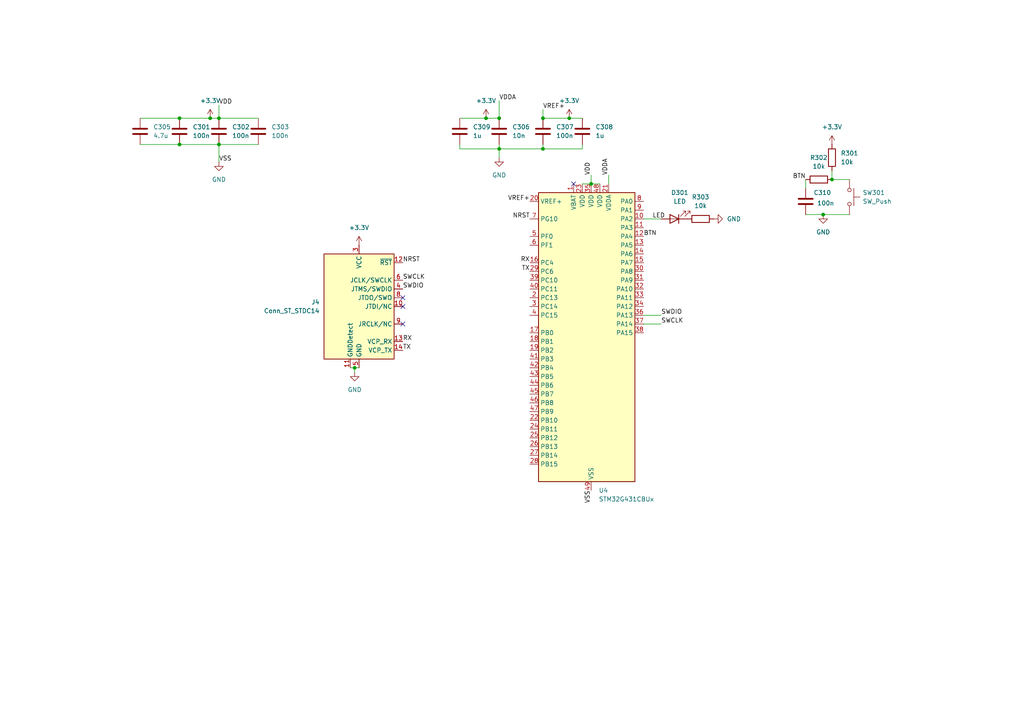
<source format=kicad_sch>
(kicad_sch (version 20231120) (generator "eeschema") (generator_version "8.0")
  (paper "A4")
  (lib_symbols
    (symbol "Connector:Conn_ST_STDC14"
      (property "Reference" "J" (at -8.89 16.51 0))
      (property "Value" "Conn_ST_STDC14" (at 17.78 16.51 0))
      (symbol "Conn_ST_STDC14_0_1"
        (rectangle (start -10.16 15.24) (end 10.16 -15.24) (stroke (width 0.254)) (fill (type background)))
      )
      (symbol "Conn_ST_STDC14_1_1"
        (pin no_connect line (at -10.16 5.08 0) (length 2.54) hide (name "NC") (number "1"))
        (pin output line (at 12.7 0 180) (length 2.54) (name "JTDI/NC") (number "10"))
        (pin passive line (at -2.54 -17.78 90) (length 2.54) (name "GNDDetect") (number "11"))
        (pin open_collector line (at 12.7 12.7 180) (length 2.54) (name "~{RST}") (number "12"))
        (pin output line (at 12.7 -10.16 180) (length 2.54) (name "VCP_RX") (number "13"))
        (pin input line (at 12.7 -12.7 180) (length 2.54) (name "VCP_TX") (number "14"))
        (pin no_connect line (at -10.16 2.54 0) (length 2.54) hide (name "NC") (number "2"))
        (pin power_in line (at 0 17.78 270) (length 2.54) (name "VCC") (number "3"))
        (pin bidirectional line (at 12.7 5.08 180) (length 2.54) (name "JTMS/SWDIO") (number "4"))
        (pin power_in line (at 0 -17.78 90) (length 2.54) (name "GND") (number "5"))
        (pin output line (at 12.7 7.62 180) (length 2.54) (name "JCLK/SWCLK") (number "6"))
        (pin passive line (at 0 -17.78 90) (length 2.54) hide (name "GND") (number "7"))
        (pin input line (at 12.7 2.54 180) (length 2.54) (name "JTDO/SWO") (number "8"))
        (pin input line (at 12.7 -5.08 180) (length 2.54) (name "JRCLK/NC") (number "9"))
      )
    )
    (symbol "Device:C" (pin_numbers hide) (pin_names (offset 0.254))
      (property "Reference" "C" (at 0.635 2.54 0))
      (property "Value" "C" (at 0.635 -2.54 0))
      (symbol "C_0_1"
        (polyline (pts (xy -2.032 -0.762) (xy 2.032 -0.762)) (stroke (width 0.508)))
        (polyline (pts (xy -2.032 0.762) (xy 2.032 0.762)) (stroke (width 0.508)))
      )
      (symbol "C_1_1"
        (pin passive line (at 0 3.81 270) (length 2.794) (name "~") (number "1"))
        (pin passive line (at 0 -3.81 90) (length 2.794) (name "~") (number "2"))
      )
    )
    (symbol "Device:LED" (pin_numbers hide) (pin_names (offset 1.016) hide)
      (property "Reference" "D" (at 0 2.54 0))
      (property "Value" "LED" (at 0 -2.54 0))
      (symbol "LED_0_1"
        (polyline (pts (xy -1.27 -1.27) (xy -1.27 1.27)) (stroke (width 0.254)))
        (polyline (pts (xy -1.27 0) (xy 1.27 0)))
        (polyline (pts (xy 1.27 -1.27) (xy 1.27 1.27) (xy -1.27 0) (xy 1.27 -1.27)) (stroke (width 0.254)))
        (polyline (pts (xy -3.048 -0.762) (xy -4.572 -2.286) (xy -3.81 -2.286) (xy -4.572 -2.286) (xy -4.572 -1.524)))
        (polyline (pts (xy -1.778 -0.762) (xy -3.302 -2.286) (xy -2.54 -2.286) (xy -3.302 -2.286) (xy -3.302 -1.524)))
      )
      (symbol "LED_1_1"
        (pin passive line (at -3.81 0 0) (length 2.54) (name "K") (number "1"))
        (pin passive line (at 3.81 0 180) (length 2.54) (name "A") (number "2"))
      )
    )
    (symbol "Device:R" (pin_numbers hide) (pin_names (offset 0))
      (property "Reference" "R" (at 2.032 0 90))
      (property "Value" "R" (at 0 0 90))
      (symbol "R_0_1"
        (rectangle (start -1.016 -2.54) (end 1.016 2.54) (stroke (width 0.254)))
      )
      (symbol "R_1_1"
        (pin passive line (at 0 3.81 270) (length 1.27) (name "~") (number "1"))
        (pin passive line (at 0 -3.81 90) (length 1.27) (name "~") (number "2"))
      )
    )
    (symbol "MCU_ST_STM32G4:STM32G431CBUx"
      (property "Reference" "U" (at -12.7 44.45 0))
      (property "Value" "STM32G431CBUx" (at 10.16 44.45 0))
      (symbol "STM32G431CBUx_0_1"
        (rectangle (start -12.7 -40.64) (end 15.24 43.18) (stroke (width 0.254)) (fill (type background)))
      )
      (symbol "STM32G431CBUx_1_1"
        (pin power_in line (at -2.54 45.72 270) (length 2.54) (name "VBAT") (number "1"))
        (pin bidirectional line (at 17.78 35.56 180) (length 2.54) (name "PA2") (number "10"))
        (pin bidirectional line (at 17.78 33.02 180) (length 2.54) (name "PA3") (number "11"))
        (pin bidirectional line (at 17.78 30.48 180) (length 2.54) (name "PA4") (number "12"))
        (pin bidirectional line (at 17.78 27.94 180) (length 2.54) (name "PA5") (number "13"))
        (pin bidirectional line (at 17.78 25.4 180) (length 2.54) (name "PA6") (number "14"))
        (pin bidirectional line (at 17.78 22.86 180) (length 2.54) (name "PA7") (number "15"))
        (pin bidirectional line (at -15.24 22.86 0) (length 2.54) (name "PC4") (number "16"))
        (pin bidirectional line (at -15.24 2.54 0) (length 2.54) (name "PB0") (number "17"))
        (pin bidirectional line (at -15.24 0 0) (length 2.54) (name "PB1") (number "18"))
        (pin bidirectional line (at -15.24 -2.54 0) (length 2.54) (name "PB2") (number "19"))
        (pin bidirectional line (at -15.24 12.7 0) (length 2.54) (name "PC13") (number "2"))
        (pin input line (at -15.24 40.64 0) (length 2.54) (name "VREF+") (number "20"))
        (pin power_in line (at 7.62 45.72 270) (length 2.54) (name "VDDA") (number "21"))
        (pin bidirectional line (at -15.24 -22.86 0) (length 2.54) (name "PB10") (number "22"))
        (pin power_in line (at 0 45.72 270) (length 2.54) (name "VDD") (number "23"))
        (pin bidirectional line (at -15.24 -25.4 0) (length 2.54) (name "PB11") (number "24"))
        (pin bidirectional line (at -15.24 -27.94 0) (length 2.54) (name "PB12") (number "25"))
        (pin bidirectional line (at -15.24 -30.48 0) (length 2.54) (name "PB13") (number "26"))
        (pin bidirectional line (at -15.24 -33.02 0) (length 2.54) (name "PB14") (number "27"))
        (pin bidirectional line (at -15.24 -35.56 0) (length 2.54) (name "PB15") (number "28"))
        (pin bidirectional line (at -15.24 20.32 0) (length 2.54) (name "PC6") (number "29"))
        (pin bidirectional line (at -15.24 10.16 0) (length 2.54) (name "PC14") (number "3"))
        (pin bidirectional line (at 17.78 20.32 180) (length 2.54) (name "PA8") (number "30"))
        (pin bidirectional line (at 17.78 17.78 180) (length 2.54) (name "PA9") (number "31"))
        (pin bidirectional line (at 17.78 15.24 180) (length 2.54) (name "PA10") (number "32"))
        (pin bidirectional line (at 17.78 12.7 180) (length 2.54) (name "PA11") (number "33"))
        (pin bidirectional line (at 17.78 10.16 180) (length 2.54) (name "PA12") (number "34"))
        (pin power_in line (at 2.54 45.72 270) (length 2.54) (name "VDD") (number "35"))
        (pin bidirectional line (at 17.78 7.62 180) (length 2.54) (name "PA13") (number "36"))
        (pin bidirectional line (at 17.78 5.08 180) (length 2.54) (name "PA14") (number "37"))
        (pin bidirectional line (at 17.78 2.54 180) (length 2.54) (name "PA15") (number "38"))
        (pin bidirectional line (at -15.24 17.78 0) (length 2.54) (name "PC10") (number "39"))
        (pin bidirectional line (at -15.24 7.62 0) (length 2.54) (name "PC15") (number "4"))
        (pin bidirectional line (at -15.24 15.24 0) (length 2.54) (name "PC11") (number "40"))
        (pin bidirectional line (at -15.24 -5.08 0) (length 2.54) (name "PB3") (number "41"))
        (pin bidirectional line (at -15.24 -7.62 0) (length 2.54) (name "PB4") (number "42"))
        (pin bidirectional line (at -15.24 -10.16 0) (length 2.54) (name "PB5") (number "43"))
        (pin bidirectional line (at -15.24 -12.7 0) (length 2.54) (name "PB6") (number "44"))
        (pin bidirectional line (at -15.24 -15.24 0) (length 2.54) (name "PB7") (number "45"))
        (pin bidirectional line (at -15.24 -17.78 0) (length 2.54) (name "PB8") (number "46"))
        (pin bidirectional line (at -15.24 -20.32 0) (length 2.54) (name "PB9") (number "47"))
        (pin power_in line (at 5.08 45.72 270) (length 2.54) (name "VDD") (number "48"))
        (pin power_in line (at 2.54 -43.18 90) (length 2.54) (name "VSS") (number "49"))
        (pin bidirectional line (at -15.24 30.48 0) (length 2.54) (name "PF0") (number "5"))
        (pin bidirectional line (at -15.24 27.94 0) (length 2.54) (name "PF1") (number "6"))
        (pin bidirectional line (at -15.24 35.56 0) (length 2.54) (name "PG10") (number "7"))
        (pin bidirectional line (at 17.78 40.64 180) (length 2.54) (name "PA0") (number "8"))
        (pin bidirectional line (at 17.78 38.1 180) (length 2.54) (name "PA1") (number "9"))
      )
    )
    (symbol "Switch:SW_Push" (pin_numbers hide) (pin_names (offset 1.016) hide)
      (property "Reference" "SW" (at 1.27 2.54 0))
      (property "Value" "SW_Push" (at 0 -1.524 0))
      (symbol "SW_Push_0_1"
        (circle (center -2.032 0) (radius 0.508))
        (polyline (pts (xy 0 1.27) (xy 0 3.048)))
        (polyline (pts (xy 2.54 1.27) (xy -2.54 1.27)))
        (circle (center 2.032 0) (radius 0.508))
        (pin passive line (at -5.08 0 0) (length 2.54) (name "1") (number "1"))
        (pin passive line (at 5.08 0 180) (length 2.54) (name "2") (number "2"))
      )
    )
    (symbol "power:+3.3V" (power) (pin_numbers hide) (pin_names (offset 0) hide)
      (property "Value" "+3.3V" (at 0 3.556 0))
      (symbol "+3.3V_0_1"
        (polyline (pts (xy -0.762 1.27) (xy 0 2.54)))
        (polyline (pts (xy 0 0) (xy 0 2.54)))
        (polyline (pts (xy 0 2.54) (xy 0.762 1.27)))
      )
      (symbol "+3.3V_1_1"
        (pin power_in line (at 0 0 90) (length 0) (name "~") (number "1"))
      )
    )
    (symbol "power:GND" (power) (pin_numbers hide) (pin_names (offset 0) hide)
      (property "Value" "GND" (at 0 -3.81 0))
      (symbol "GND_0_1"
        (polyline (pts (xy 0 0) (xy 0 -1.27) (xy 1.27 -1.27) (xy 0 -2.54) (xy -1.27 -1.27) (xy 0 -1.27)))
      )
      (symbol "GND_1_1"
        (pin power_in line (at 0 0 270) (length 0) (name "~") (number "1"))
      )
    )
  )
  (junction (at 165.1 34.29))
  (junction (at 52.07 41.91))
  (junction (at 63.5 41.91))
  (junction (at 144.78 43.18))
  (junction (at 171.45 53.34))
  (junction (at 60.96 34.29))
  (junction (at 238.76 62.23))
  (junction (at 140.97 34.29))
  (junction (at 241.3 52.07))
  (junction (at 102.87 106.68))
  (junction (at 157.48 34.29))
  (junction (at 157.48 43.18))
  (junction (at 52.07 34.29))
  (junction (at 63.5 34.29))
  (junction (at 144.78 34.29))
  (no_connect (at 166.37 53.34))
  (no_connect (at 116.84 93.98))
  (no_connect (at 116.84 86.36))
  (no_connect (at 116.84 88.9))
  (wire (pts (xy 157.48 43.18) (xy 157.48 41.91)))
  (wire (pts (xy 101.6 106.68) (xy 102.87 106.68)))
  (wire (pts (xy 168.91 53.34) (xy 171.45 53.34)))
  (wire (pts (xy 157.48 43.18) (xy 168.91 43.18)))
  (wire (pts (xy 63.5 34.29) (xy 74.93 34.29)))
  (wire (pts (xy 173.99 53.34) (xy 171.45 53.34)))
  (wire (pts (xy 133.35 43.18) (xy 133.35 41.91)))
  (wire (pts (xy 176.53 50.8) (xy 176.53 53.34)))
  (wire (pts (xy 171.45 50.8) (xy 171.45 53.34)))
  (wire (pts (xy 133.35 43.18) (xy 144.78 43.18)))
  (wire (pts (xy 63.5 30.48) (xy 63.5 34.29)))
  (wire (pts (xy 102.87 106.68) (xy 104.14 106.68)))
  (wire (pts (xy 63.5 46.99) (xy 63.5 41.91)))
  (wire (pts (xy 233.68 62.23) (xy 238.76 62.23)))
  (wire (pts (xy 186.69 93.98) (xy 191.77 93.98)))
  (wire (pts (xy 186.69 63.5) (xy 191.77 63.5)))
  (wire (pts (xy 144.78 29.21) (xy 144.78 34.29)))
  (wire (pts (xy 52.07 34.29) (xy 60.96 34.29)))
  (wire (pts (xy 157.48 34.29) (xy 165.1 34.29)))
  (wire (pts (xy 157.48 31.75) (xy 157.48 34.29)))
  (wire (pts (xy 40.64 34.29) (xy 52.07 34.29)))
  (wire (pts (xy 144.78 43.18) (xy 144.78 45.72)))
  (wire (pts (xy 40.64 41.91) (xy 52.07 41.91)))
  (wire (pts (xy 63.5 41.91) (xy 74.93 41.91)))
  (wire (pts (xy 140.97 34.29) (xy 144.78 34.29)))
  (wire (pts (xy 144.78 43.18) (xy 157.48 43.18)))
  (wire (pts (xy 133.35 34.29) (xy 140.97 34.29)))
  (wire (pts (xy 102.87 106.68) (xy 102.87 107.95)))
  (wire (pts (xy 52.07 41.91) (xy 63.5 41.91)))
  (wire (pts (xy 186.69 91.44) (xy 191.77 91.44)))
  (wire (pts (xy 233.68 52.07) (xy 233.68 54.61)))
  (wire (pts (xy 241.3 49.53) (xy 241.3 52.07)))
  (wire (pts (xy 144.78 41.91) (xy 144.78 43.18)))
  (wire (pts (xy 165.1 34.29) (xy 168.91 34.29)))
  (wire (pts (xy 60.96 34.29) (xy 63.5 34.29)))
  (wire (pts (xy 238.76 62.23) (xy 246.38 62.23)))
  (wire (pts (xy 168.91 43.18) (xy 168.91 41.91)))
  (wire (pts (xy 241.3 52.07) (xy 246.38 52.07)))
  (label "TX" (at 153.67 78.74 180))
  (label "TX" (at 116.84 101.6 0))
  (label "VDD" (at 63.5 30.48 0))
  (label "VDDA" (at 144.78 29.21 0))
  (label "VSS" (at 63.5 46.99 0))
  (label "SWCLK" (at 191.77 93.98 0))
  (label "LED" (at 189.23 63.5 0))
  (label "SWCLK" (at 116.84 81.28 0))
  (label "VDD" (at 171.45 50.8 90))
  (label "BTN" (at 233.68 52.07 180))
  (label "BTN" (at 186.69 68.58 0))
  (label "SWDIO" (at 116.84 83.82 0))
  (label "NRST" (at 116.84 76.2 0))
  (label "VREF+" (at 157.48 31.75 0))
  (label "VREF+" (at 153.67 58.42 180))
  (label "VSS" (at 171.45 142.24 270))
  (label "RX" (at 116.84 99.06 0))
  (label "VDDA" (at 176.53 50.8 90))
  (label "SWDIO" (at 191.77 91.44 0))
  (label "RX" (at 153.67 76.2 180))
  (label "NRST" (at 153.67 63.5 180))
  (symbol (lib_id "power:+3.3V") (at 241.3 41.91 0) (unit 1)
    (property "Reference" "#PWR0309" (effects (hide yes)))
    (property "Value" "+3.3V" (at 241.3 36.83 0))
    (property "Description" "Power symbol creates a global label with name \"+3.3V\"" (effects (hide yes)))
  )
  (symbol (lib_id "power:GND") (at 207.01 63.5 90) (unit 1)
    (property "Reference" "#PWR0310" (effects (hide yes)))
    (property "Value" "GND" (at 210.82 63.4999 90) (effects (justify right)))
    (property "Description" "Power symbol creates a global label with name \"GND\" , ground" (effects (hide yes)))
  )
  (symbol (lib_id "Device:R") (at 241.3 45.72 0) (unit 1)
    (property "Reference" "R301" (at 243.84 44.4499 0) (effects (justify left)))
    (property "Value" "10k" (at 243.84 46.9899 0) (effects (justify left)))
    (property "Footprint" "Resistor_SMD:R_0402_1005Metric" (effects (hide yes)))
    (property "Description" "Resistor" (effects (hide yes)))
  )
  (symbol (lib_id "Device:C") (at 74.93 38.1 0) (unit 1)
    (property "Reference" "C303" (at 78.74 36.8299 0) (effects (justify left)))
    (property "Value" "100n" (at 78.74 39.3699 0) (effects (justify left)))
    (property "Footprint" "Capacitor_SMD:C_0402_1005Metric" (effects (hide yes)))
    (property "Description" "Unpolarized capacitor" (effects (hide yes)))
  )
  (symbol (lib_id "Device:C") (at 52.07 38.1 0) (unit 1)
    (property "Reference" "C301" (at 55.88 36.8299 0) (effects (justify left)))
    (property "Value" "100n" (at 55.88 39.3699 0) (effects (justify left)))
    (property "Footprint" "Capacitor_SMD:C_0402_1005Metric" (effects (hide yes)))
    (property "Description" "Unpolarized capacitor" (effects (hide yes)))
  )
  (symbol (lib_id "Device:C") (at 168.91 38.1 0) (unit 1)
    (property "Reference" "C308" (at 172.72 36.8299 0) (effects (justify left)))
    (property "Value" "1u" (at 172.72 39.3699 0) (effects (justify left)))
    (property "Footprint" "Capacitor_SMD:C_0402_1005Metric" (effects (hide yes)))
    (property "Description" "Unpolarized capacitor" (effects (hide yes)))
  )
  (symbol (lib_id "Device:C") (at 40.64 38.1 0) (unit 1)
    (property "Reference" "C305" (at 44.45 36.8299 0) (effects (justify left)))
    (property "Value" "4.7u" (at 44.45 39.3699 0) (effects (justify left)))
    (property "Footprint" "Capacitor_SMD:C_0402_1005Metric" (effects (hide yes)))
    (property "Description" "Unpolarized capacitor" (effects (hide yes)))
  )
  (symbol (lib_id "power:+3.3V") (at 104.14 71.12 0) (unit 1)
    (property "Reference" "#PWR0303" (effects (hide yes)))
    (property "Value" "+3.3V" (at 104.14 66.04 0))
    (property "Description" "Power symbol creates a global label with name \"+3.3V\"" (effects (hide yes)))
  )
  (symbol (lib_id "Device:C") (at 233.68 58.42 0) (unit 1)
    (property "Reference" "C310" (at 235.966 55.88 0) (effects (justify left)))
    (property "Value" "100n" (at 236.982 58.928 0) (effects (justify left)))
    (property "Footprint" "Capacitor_SMD:C_0402_1005Metric" (effects (hide yes)))
    (property "Description" "Unpolarized capacitor" (effects (hide yes)))
  )
  (symbol (lib_id "Device:R") (at 237.49 52.07 90) (unit 1)
    (property "Reference" "R302" (at 237.49 45.72 90))
    (property "Value" "10k" (at 237.49 48.26 90))
    (property "Footprint" "Resistor_SMD:R_0402_1005Metric" (effects (hide yes)))
    (property "Description" "Resistor" (effects (hide yes)))
  )
  (symbol (lib_id "power:+3.3V") (at 165.1 34.29 0) (unit 1)
    (property "Reference" "#PWR0306" (effects (hide yes)))
    (property "Value" "+3.3V" (at 165.1 29.21 0))
    (property "Description" "Power symbol creates a global label with name \"+3.3V\"" (effects (hide yes)))
  )
  (symbol (lib_id "Switch:SW_Push") (at 246.38 57.15 270) (unit 1)
    (property "Reference" "SW301" (at 250.19 55.8799 90) (effects (justify left)))
    (property "Value" "SW_Push" (at 250.19 58.4199 90) (effects (justify left)))
    (property "Footprint" "Button_Switch_SMD:SW_Push_1P1T_NO_6x6mm_H9.5mm" (effects (hide yes)))
    (property "Description" "Push button switch, generic, two pins" (effects (hide yes)))
  )
  (symbol (lib_id "Device:R") (at 203.2 63.5 270) (unit 1)
    (property "Reference" "R303" (at 203.2 57.15 90))
    (property "Value" "10k" (at 203.2 59.69 90))
    (property "Footprint" "Resistor_SMD:R_0402_1005Metric" (effects (hide yes)))
    (property "Description" "Resistor" (effects (hide yes)))
  )
  (symbol (lib_id "power:GND") (at 144.78 45.72 0) (unit 1)
    (property "Reference" "#PWR0302" (effects (hide yes)))
    (property "Value" "GND" (at 144.78 50.8 0))
    (property "Description" "Power symbol creates a global label with name \"GND\" , ground" (effects (hide yes)))
  )
  (symbol (lib_id "Device:C") (at 157.48 38.1 0) (unit 1)
    (property "Reference" "C307" (at 161.29 36.8299 0) (effects (justify left)))
    (property "Value" "100n" (at 161.29 39.3699 0) (effects (justify left)))
    (property "Footprint" "Capacitor_SMD:C_0402_1005Metric" (effects (hide yes)))
    (property "Description" "Unpolarized capacitor" (effects (hide yes)))
  )
  (symbol (lib_id "Device:LED") (at 195.58 63.5 180) (unit 1)
    (property "Reference" "D301" (at 197.1675 55.88 0))
    (property "Value" "LED" (at 197.1675 58.42 0))
    (property "Footprint" "LED_SMD:LED_0603_1608Metric" (effects (hide yes)))
    (property "Description" "Light emitting diode" (effects (hide yes)))
  )
  (symbol (lib_id "Connector:Conn_ST_STDC14") (at 104.14 88.9 0) (unit 1)
    (property "Reference" "J4" (at 92.71 87.6299 0) (effects (justify right)))
    (property "Value" "Conn_ST_STDC14" (at 92.71 90.1699 0) (effects (justify right)))
    (property "Footprint" "Connector_PinHeader_1.27mm:PinHeader_2x07_P1.27mm_Vertical_SMD" (effects (hide yes)))
    (property "Datasheet" "https://www.st.com/content/ccc/resource/technical/document/user_manual/group1/99/49/91/b6/b2/3a/46/e5/DM00526767/files/DM00526767.pdf/jcr:content/translations/en.DM00526767.pdf" (effects (hide yes)))
    (property "Description" "ST Debug Connector, standard ARM Cortex-M SWD and JTAG interface plus UART" (effects (hide yes)))
  )
  (symbol (lib_id "power:GND") (at 238.76 62.23 0) (unit 1)
    (property "Reference" "#PWR0308" (effects (hide yes)))
    (property "Value" "GND" (at 238.76 67.31 0))
    (property "Description" "Power symbol creates a global label with name \"GND\" , ground" (effects (hide yes)))
  )
  (symbol (lib_id "Device:C") (at 144.78 38.1 0) (unit 1)
    (property "Reference" "C306" (at 148.59 36.8299 0) (effects (justify left)))
    (property "Value" "10n" (at 148.59 39.3699 0) (effects (justify left)))
    (property "Footprint" "Capacitor_SMD:C_0402_1005Metric" (effects (hide yes)))
    (property "Description" "Unpolarized capacitor" (effects (hide yes)))
  )
  (symbol (lib_id "Device:C") (at 63.5 38.1 0) (unit 1)
    (property "Reference" "C302" (at 67.31 36.8299 0) (effects (justify left)))
    (property "Value" "100n" (at 67.31 39.3699 0) (effects (justify left)))
    (property "Footprint" "Capacitor_SMD:C_0402_1005Metric" (effects (hide yes)))
    (property "Description" "Unpolarized capacitor" (effects (hide yes)))
  )
  (symbol (lib_id "Device:C") (at 133.35 38.1 0) (unit 1)
    (property "Reference" "C309" (at 137.16 36.8299 0) (effects (justify left)))
    (property "Value" "1u" (at 137.16 39.3699 0) (effects (justify left)))
    (property "Footprint" "Capacitor_SMD:C_0402_1005Metric" (effects (hide yes)))
    (property "Description" "Unpolarized capacitor" (effects (hide yes)))
  )
  (symbol (lib_id "power:+3.3V") (at 140.97 34.29 0) (unit 1)
    (property "Reference" "#PWR0305" (effects (hide yes)))
    (property "Value" "+3.3V" (at 140.97 29.21 0))
    (property "Description" "Power symbol creates a global label with name \"+3.3V\"" (effects (hide yes)))
  )
  (symbol (lib_id "power:GND") (at 63.5 46.99 0) (unit 1)
    (property "Reference" "#PWR0301" (effects (hide yes)))
    (property "Value" "GND" (at 63.5 52.07 0))
    (property "Description" "Power symbol creates a global label with name \"GND\" , ground" (effects (hide yes)))
  )
  (symbol (lib_id "power:GND") (at 102.87 107.95 0) (unit 1)
    (property "Reference" "#PWR0307" (effects (hide yes)))
    (property "Value" "GND" (at 102.87 113.03 0))
    (property "Description" "Power symbol creates a global label with name \"GND\" , ground" (effects (hide yes)))
  )
  (symbol (lib_id "power:+3.3V") (at 60.96 34.29 0) (unit 1)
    (property "Reference" "#PWR0304" (effects (hide yes)))
    (property "Value" "+3.3V" (at 60.96 29.21 0))
    (property "Description" "Power symbol creates a global label with name \"+3.3V\"" (effects (hide yes)))
  )
  (symbol (lib_id "MCU_ST_STM32G4:STM32G431CBUx") (at 168.91 99.06 0) (unit 1)
    (property "Reference" "U4" (at 173.6441 142.24 0) (effects (justify left)))
    (property "Value" "STM32G431CBUx" (at 173.6441 144.78 0) (effects (justify left)))
    (property "Footprint" "Package_DFN_QFN:QFN-48-1EP_7x7mm_P0.5mm_EP5.6x5.6mm" (effects (hide yes)))
    (property "Datasheet" "https://www.st.com/resource/en/datasheet/stm32g431cb.pdf" (effects (hide yes)))
    (property "Description" "STMicroelectronics Arm Cortex-M4 MCU, 128KB flash, 32KB RAM, 170 MHz, 1.71-3.6V, 42 GPIO, UFQFPN48" (effects (hide yes)))
  )
)
</source>
